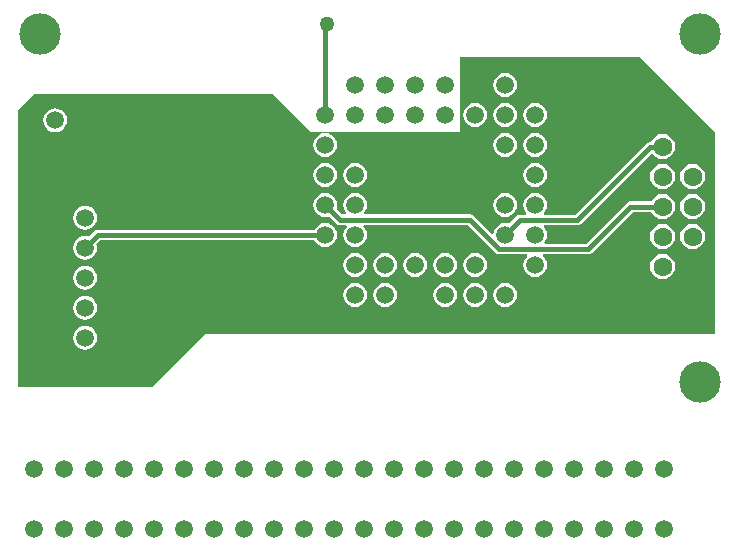
<source format=gbl>
G04*
G04 #@! TF.GenerationSoftware,Altium Limited,Altium Designer,19.0.14 (431)*
G04*
G04 Layer_Physical_Order=2*
G04 Layer_Color=16711680*
%FSLAX44Y44*%
%MOMM*%
G71*
G01*
G75*
%ADD23C,0.3810*%
%ADD25C,1.5000*%
%ADD26C,3.5000*%
%ADD27C,1.6000*%
%ADD28C,1.2700*%
G36*
X609600Y361950D02*
Y190500D01*
X177800D01*
X133350Y146050D01*
X19050D01*
Y379730D01*
X33020Y393700D01*
X234950D01*
X266700Y361950D01*
X393700D01*
Y425450D01*
X546100D01*
X609600Y361950D01*
D02*
G37*
%LPC*%
G36*
X431800Y411447D02*
X429179Y411102D01*
X426737Y410090D01*
X424639Y408481D01*
X423030Y406383D01*
X422018Y403941D01*
X421673Y401320D01*
X422018Y398699D01*
X423030Y396257D01*
X424639Y394159D01*
X426737Y392550D01*
X429179Y391538D01*
X431800Y391193D01*
X434421Y391538D01*
X436863Y392550D01*
X438961Y394159D01*
X440570Y396257D01*
X441582Y398699D01*
X441927Y401320D01*
X441582Y403941D01*
X440570Y406383D01*
X438961Y408481D01*
X436863Y410090D01*
X434421Y411102D01*
X431800Y411447D01*
D02*
G37*
G36*
X145000Y386802D02*
X144780D01*
X143046Y386457D01*
X141575Y385475D01*
X140593Y384004D01*
X140248Y382270D01*
X140593Y380536D01*
X141575Y379065D01*
X143046Y378083D01*
X144780Y377738D01*
X145000D01*
X146734Y378083D01*
X148204Y379065D01*
X149187Y380536D01*
X149532Y382270D01*
X149187Y384004D01*
X148204Y385475D01*
X146734Y386457D01*
X145000Y386802D01*
D02*
G37*
G36*
X457200Y386047D02*
X454579Y385702D01*
X452137Y384690D01*
X450039Y383081D01*
X448430Y380983D01*
X447418Y378541D01*
X447073Y375920D01*
X447418Y373299D01*
X448430Y370857D01*
X450039Y368759D01*
X452137Y367150D01*
X454579Y366138D01*
X457200Y365793D01*
X459821Y366138D01*
X462263Y367150D01*
X464361Y368759D01*
X465970Y370857D01*
X466982Y373299D01*
X467327Y375920D01*
X466982Y378541D01*
X465970Y380983D01*
X464361Y383081D01*
X462263Y384690D01*
X459821Y385702D01*
X457200Y386047D01*
D02*
G37*
G36*
X431800D02*
X429179Y385702D01*
X426737Y384690D01*
X424639Y383081D01*
X423030Y380983D01*
X422018Y378541D01*
X421673Y375920D01*
X422018Y373299D01*
X423030Y370857D01*
X424639Y368759D01*
X426737Y367150D01*
X429179Y366138D01*
X431800Y365793D01*
X434421Y366138D01*
X436863Y367150D01*
X438961Y368759D01*
X440570Y370857D01*
X441582Y373299D01*
X441927Y375920D01*
X441582Y378541D01*
X440570Y380983D01*
X438961Y383081D01*
X436863Y384690D01*
X434421Y385702D01*
X431800Y386047D01*
D02*
G37*
G36*
X406400D02*
X403779Y385702D01*
X401337Y384690D01*
X399239Y383081D01*
X397630Y380983D01*
X396618Y378541D01*
X396273Y375920D01*
X396618Y373299D01*
X397630Y370857D01*
X399239Y368759D01*
X401337Y367150D01*
X403779Y366138D01*
X406400Y365793D01*
X409021Y366138D01*
X411463Y367150D01*
X413561Y368759D01*
X415170Y370857D01*
X416182Y373299D01*
X416527Y375920D01*
X416182Y378541D01*
X415170Y380983D01*
X413561Y383081D01*
X411463Y384690D01*
X409021Y385702D01*
X406400Y386047D01*
D02*
G37*
G36*
X50800Y381678D02*
X48179Y381333D01*
X45737Y380322D01*
X43639Y378712D01*
X42030Y376615D01*
X41018Y374173D01*
X40673Y371552D01*
X41018Y368931D01*
X42030Y366488D01*
X43639Y364391D01*
X45737Y362782D01*
X48179Y361770D01*
X50800Y361425D01*
X53421Y361770D01*
X55863Y362782D01*
X57961Y364391D01*
X59570Y366488D01*
X60582Y368931D01*
X60927Y371552D01*
X60582Y374173D01*
X59570Y376615D01*
X57961Y378712D01*
X55863Y380322D01*
X53421Y381333D01*
X50800Y381678D01*
D02*
G37*
G36*
X457200Y360647D02*
X454579Y360302D01*
X452137Y359290D01*
X450039Y357681D01*
X448430Y355583D01*
X447418Y353141D01*
X447073Y350520D01*
X447418Y347899D01*
X448430Y345457D01*
X450039Y343359D01*
X452137Y341750D01*
X454579Y340738D01*
X457200Y340393D01*
X459821Y340738D01*
X462263Y341750D01*
X464361Y343359D01*
X465970Y345457D01*
X466982Y347899D01*
X467327Y350520D01*
X466982Y353141D01*
X465970Y355583D01*
X464361Y357681D01*
X462263Y359290D01*
X459821Y360302D01*
X457200Y360647D01*
D02*
G37*
G36*
X431800D02*
X429179Y360302D01*
X426737Y359290D01*
X424639Y357681D01*
X423030Y355583D01*
X422018Y353141D01*
X421673Y350520D01*
X422018Y347899D01*
X423030Y345457D01*
X424639Y343359D01*
X426737Y341750D01*
X429179Y340738D01*
X431800Y340393D01*
X434421Y340738D01*
X436863Y341750D01*
X438961Y343359D01*
X440570Y345457D01*
X441582Y347899D01*
X441927Y350520D01*
X441582Y353141D01*
X440570Y355583D01*
X438961Y357681D01*
X436863Y359290D01*
X434421Y360302D01*
X431800Y360647D01*
D02*
G37*
G36*
X279400D02*
X276779Y360302D01*
X274337Y359290D01*
X272239Y357681D01*
X270630Y355583D01*
X269618Y353141D01*
X269273Y350520D01*
X269618Y347899D01*
X270630Y345457D01*
X272239Y343359D01*
X274337Y341750D01*
X276779Y340738D01*
X279400Y340393D01*
X282021Y340738D01*
X284463Y341750D01*
X286561Y343359D01*
X288170Y345457D01*
X289182Y347899D01*
X289527Y350520D01*
X289182Y353141D01*
X288170Y355583D01*
X286561Y357681D01*
X284463Y359290D01*
X282021Y360302D01*
X279400Y360647D01*
D02*
G37*
G36*
X565150Y359881D02*
X562398Y359519D01*
X559835Y358457D01*
X557633Y356767D01*
X555943Y354566D01*
X555284Y352974D01*
X554182D01*
X552448Y352629D01*
X550977Y351647D01*
X490883Y291552D01*
X464963D01*
X464562Y292822D01*
X465970Y294657D01*
X466982Y297099D01*
X467327Y299720D01*
X466982Y302341D01*
X465970Y304783D01*
X464361Y306881D01*
X462263Y308490D01*
X459821Y309502D01*
X457200Y309847D01*
X454579Y309502D01*
X452137Y308490D01*
X450039Y306881D01*
X448430Y304783D01*
X447418Y302341D01*
X447073Y299720D01*
X447418Y297099D01*
X448430Y294657D01*
X449838Y292822D01*
X449437Y291552D01*
X444500D01*
X444500Y291552D01*
X442766Y291207D01*
X441295Y290225D01*
X441295Y290225D01*
X434952Y283881D01*
X434421Y284102D01*
X431800Y284447D01*
X429179Y284102D01*
X426737Y283090D01*
X424639Y281481D01*
X423030Y279383D01*
X422018Y276941D01*
X421841Y275592D01*
X420500Y275137D01*
X405158Y290479D01*
X403688Y291461D01*
X401953Y291806D01*
X312983D01*
X312357Y293076D01*
X313570Y294657D01*
X314582Y297099D01*
X314927Y299720D01*
X314582Y302341D01*
X313570Y304783D01*
X311961Y306881D01*
X309863Y308490D01*
X307421Y309502D01*
X304800Y309847D01*
X302179Y309502D01*
X299737Y308490D01*
X297639Y306881D01*
X296030Y304783D01*
X295018Y302341D01*
X294673Y299720D01*
X295018Y297099D01*
X296030Y294657D01*
X297243Y293076D01*
X296617Y291806D01*
X293723D01*
X288962Y296568D01*
X289182Y297099D01*
X289527Y299720D01*
X289182Y302341D01*
X288170Y304783D01*
X286561Y306881D01*
X284463Y308490D01*
X282021Y309502D01*
X279400Y309847D01*
X276779Y309502D01*
X274337Y308490D01*
X272239Y306881D01*
X270630Y304783D01*
X269618Y302341D01*
X269273Y299720D01*
X269618Y297099D01*
X270630Y294657D01*
X272239Y292559D01*
X274337Y290950D01*
X276779Y289938D01*
X279400Y289593D01*
X282021Y289938D01*
X282552Y290159D01*
X288641Y284069D01*
X288641Y284069D01*
X290112Y283087D01*
X291846Y282742D01*
X291846Y282742D01*
X297308D01*
X297716Y281539D01*
X297639Y281481D01*
X296030Y279383D01*
X295018Y276941D01*
X294673Y274320D01*
X295018Y271699D01*
X296030Y269257D01*
X297639Y267159D01*
X299737Y265550D01*
X302179Y264538D01*
X304800Y264193D01*
X307421Y264538D01*
X309863Y265550D01*
X311961Y267159D01*
X313570Y269257D01*
X314582Y271699D01*
X314927Y274320D01*
X314582Y276941D01*
X313570Y279383D01*
X311961Y281481D01*
X311884Y281539D01*
X312292Y282742D01*
X400076D01*
X423647Y259170D01*
X423648Y259170D01*
X425118Y258188D01*
X426852Y257843D01*
X426852Y257843D01*
X450250D01*
X450681Y256573D01*
X450039Y256081D01*
X448430Y253983D01*
X447418Y251541D01*
X447073Y248920D01*
X447418Y246299D01*
X448430Y243857D01*
X450039Y241759D01*
X452137Y240150D01*
X454579Y239138D01*
X457200Y238793D01*
X459821Y239138D01*
X462263Y240150D01*
X464361Y241759D01*
X465970Y243857D01*
X466982Y246299D01*
X467327Y248920D01*
X466982Y251541D01*
X465970Y253983D01*
X464361Y256081D01*
X463719Y256573D01*
X464150Y257843D01*
X501897D01*
X503631Y258188D01*
X505102Y259170D01*
X539849Y293918D01*
X555619D01*
X555943Y293134D01*
X557633Y290933D01*
X559835Y289243D01*
X562398Y288181D01*
X565150Y287819D01*
X567901Y288181D01*
X570466Y289243D01*
X572667Y290933D01*
X574357Y293134D01*
X575419Y295699D01*
X575781Y298450D01*
X575419Y301201D01*
X574357Y303766D01*
X572667Y305967D01*
X570466Y307657D01*
X567901Y308719D01*
X565150Y309081D01*
X562398Y308719D01*
X559835Y307657D01*
X557633Y305967D01*
X555943Y303766D01*
X555619Y302982D01*
X537972D01*
X537972Y302982D01*
X536238Y302637D01*
X534767Y301655D01*
X534767Y301655D01*
X500020Y266907D01*
X465768D01*
X465141Y268177D01*
X465970Y269257D01*
X466982Y271699D01*
X467327Y274320D01*
X466982Y276941D01*
X465970Y279383D01*
X464562Y281218D01*
X464963Y282488D01*
X492760D01*
X494494Y282833D01*
X495965Y283815D01*
X555323Y343174D01*
X556591Y343091D01*
X557633Y341733D01*
X559835Y340043D01*
X562398Y338981D01*
X565150Y338619D01*
X567901Y338981D01*
X570466Y340043D01*
X572667Y341733D01*
X574357Y343935D01*
X575419Y346498D01*
X575781Y349250D01*
X575419Y352001D01*
X574357Y354566D01*
X572667Y356767D01*
X570466Y358457D01*
X567901Y359519D01*
X565150Y359881D01*
D02*
G37*
G36*
X457200Y335247D02*
X454579Y334902D01*
X452137Y333890D01*
X450039Y332281D01*
X448430Y330183D01*
X447418Y327741D01*
X447073Y325120D01*
X447418Y322499D01*
X448430Y320057D01*
X450039Y317959D01*
X452137Y316350D01*
X454579Y315338D01*
X457200Y314993D01*
X459821Y315338D01*
X462263Y316350D01*
X464361Y317959D01*
X465970Y320057D01*
X466982Y322499D01*
X467327Y325120D01*
X466982Y327741D01*
X465970Y330183D01*
X464361Y332281D01*
X462263Y333890D01*
X459821Y334902D01*
X457200Y335247D01*
D02*
G37*
G36*
X304800D02*
X302179Y334902D01*
X299737Y333890D01*
X297639Y332281D01*
X296030Y330183D01*
X295018Y327741D01*
X294673Y325120D01*
X295018Y322499D01*
X296030Y320057D01*
X297639Y317959D01*
X299737Y316350D01*
X302179Y315338D01*
X304800Y314993D01*
X307421Y315338D01*
X309863Y316350D01*
X311961Y317959D01*
X313570Y320057D01*
X314582Y322499D01*
X314927Y325120D01*
X314582Y327741D01*
X313570Y330183D01*
X311961Y332281D01*
X309863Y333890D01*
X307421Y334902D01*
X304800Y335247D01*
D02*
G37*
G36*
X279400D02*
X276779Y334902D01*
X274337Y333890D01*
X272239Y332281D01*
X270630Y330183D01*
X269618Y327741D01*
X269273Y325120D01*
X269618Y322499D01*
X270630Y320057D01*
X272239Y317959D01*
X274337Y316350D01*
X276779Y315338D01*
X279400Y314993D01*
X282021Y315338D01*
X284463Y316350D01*
X286561Y317959D01*
X288170Y320057D01*
X289182Y322499D01*
X289527Y325120D01*
X289182Y327741D01*
X288170Y330183D01*
X286561Y332281D01*
X284463Y333890D01*
X282021Y334902D01*
X279400Y335247D01*
D02*
G37*
G36*
X590550Y334481D02*
X587799Y334119D01*
X585234Y333057D01*
X583033Y331367D01*
X581343Y329165D01*
X580281Y326601D01*
X579919Y323850D01*
X580281Y321099D01*
X581343Y318535D01*
X583033Y316333D01*
X585234Y314643D01*
X587799Y313581D01*
X590550Y313219D01*
X593302Y313581D01*
X595866Y314643D01*
X598067Y316333D01*
X599757Y318535D01*
X600819Y321099D01*
X601181Y323850D01*
X600819Y326601D01*
X599757Y329165D01*
X598067Y331367D01*
X595866Y333057D01*
X593302Y334119D01*
X590550Y334481D01*
D02*
G37*
G36*
X565150D02*
X562398Y334119D01*
X559835Y333057D01*
X557633Y331367D01*
X555943Y329165D01*
X554881Y326601D01*
X554519Y323850D01*
X554881Y321099D01*
X555943Y318535D01*
X557633Y316333D01*
X559835Y314643D01*
X562398Y313581D01*
X565150Y313219D01*
X567901Y313581D01*
X570466Y314643D01*
X572667Y316333D01*
X574357Y318535D01*
X575419Y321099D01*
X575781Y323850D01*
X575419Y326601D01*
X574357Y329165D01*
X572667Y331367D01*
X570466Y333057D01*
X567901Y334119D01*
X565150Y334481D01*
D02*
G37*
G36*
X431800Y309847D02*
X429179Y309502D01*
X426737Y308490D01*
X424639Y306881D01*
X423030Y304783D01*
X422018Y302341D01*
X421673Y299720D01*
X422018Y297099D01*
X423030Y294657D01*
X424639Y292559D01*
X426737Y290950D01*
X429179Y289938D01*
X431800Y289593D01*
X434421Y289938D01*
X436863Y290950D01*
X438961Y292559D01*
X440570Y294657D01*
X441582Y297099D01*
X441927Y299720D01*
X441582Y302341D01*
X440570Y304783D01*
X438961Y306881D01*
X436863Y308490D01*
X434421Y309502D01*
X431800Y309847D01*
D02*
G37*
G36*
X590550Y309081D02*
X587799Y308719D01*
X585234Y307657D01*
X583033Y305967D01*
X581343Y303766D01*
X580281Y301201D01*
X579919Y298450D01*
X580281Y295699D01*
X581343Y293134D01*
X583033Y290933D01*
X585234Y289243D01*
X587799Y288181D01*
X590550Y287819D01*
X593302Y288181D01*
X595866Y289243D01*
X598067Y290933D01*
X599757Y293134D01*
X600819Y295699D01*
X601181Y298450D01*
X600819Y301201D01*
X599757Y303766D01*
X598067Y305967D01*
X595866Y307657D01*
X593302Y308719D01*
X590550Y309081D01*
D02*
G37*
G36*
X76200Y299077D02*
X73579Y298732D01*
X71137Y297720D01*
X69039Y296111D01*
X67430Y294013D01*
X66418Y291571D01*
X66073Y288950D01*
X66418Y286329D01*
X67430Y283887D01*
X69039Y281789D01*
X71137Y280180D01*
X73579Y279168D01*
X76200Y278823D01*
X78821Y279168D01*
X81263Y280180D01*
X83361Y281789D01*
X84970Y283887D01*
X85982Y286329D01*
X86327Y288950D01*
X85982Y291571D01*
X84970Y294013D01*
X83361Y296111D01*
X81263Y297720D01*
X78821Y298732D01*
X76200Y299077D01*
D02*
G37*
G36*
X279400Y284447D02*
X276779Y284102D01*
X274337Y283090D01*
X272239Y281481D01*
X270630Y279383D01*
X270410Y278852D01*
X86970D01*
X85236Y278507D01*
X83765Y277525D01*
X79352Y273111D01*
X78821Y273332D01*
X76200Y273677D01*
X73579Y273332D01*
X71137Y272320D01*
X69039Y270711D01*
X67430Y268613D01*
X66418Y266171D01*
X66073Y263550D01*
X66418Y260929D01*
X67430Y258487D01*
X69039Y256389D01*
X71137Y254780D01*
X73579Y253768D01*
X76200Y253423D01*
X78821Y253768D01*
X81263Y254780D01*
X83361Y256389D01*
X84970Y258487D01*
X85982Y260929D01*
X86327Y263550D01*
X85982Y266171D01*
X85761Y266702D01*
X88847Y269788D01*
X270410D01*
X270630Y269257D01*
X272239Y267159D01*
X274337Y265550D01*
X276779Y264538D01*
X279400Y264193D01*
X282021Y264538D01*
X284463Y265550D01*
X286561Y267159D01*
X288170Y269257D01*
X289182Y271699D01*
X289527Y274320D01*
X289182Y276941D01*
X288170Y279383D01*
X286561Y281481D01*
X284463Y283090D01*
X282021Y284102D01*
X279400Y284447D01*
D02*
G37*
G36*
X590550Y283681D02*
X587799Y283319D01*
X585234Y282257D01*
X583033Y280567D01*
X581343Y278365D01*
X580281Y275802D01*
X579919Y273050D01*
X580281Y270299D01*
X581343Y267735D01*
X583033Y265533D01*
X585234Y263843D01*
X587799Y262781D01*
X590550Y262419D01*
X593302Y262781D01*
X595866Y263843D01*
X598067Y265533D01*
X599757Y267735D01*
X600819Y270299D01*
X601181Y273050D01*
X600819Y275802D01*
X599757Y278365D01*
X598067Y280567D01*
X595866Y282257D01*
X593302Y283319D01*
X590550Y283681D01*
D02*
G37*
G36*
X565150D02*
X562398Y283319D01*
X559835Y282257D01*
X557633Y280567D01*
X555943Y278365D01*
X554881Y275802D01*
X554519Y273050D01*
X554881Y270299D01*
X555943Y267735D01*
X557633Y265533D01*
X559835Y263843D01*
X562398Y262781D01*
X565150Y262419D01*
X567901Y262781D01*
X570466Y263843D01*
X572667Y265533D01*
X574357Y267735D01*
X575419Y270299D01*
X575781Y273050D01*
X575419Y275802D01*
X574357Y278365D01*
X572667Y280567D01*
X570466Y282257D01*
X567901Y283319D01*
X565150Y283681D01*
D02*
G37*
G36*
X406400Y259047D02*
X403779Y258702D01*
X401337Y257690D01*
X399239Y256081D01*
X397630Y253983D01*
X396618Y251541D01*
X396273Y248920D01*
X396618Y246299D01*
X397630Y243857D01*
X399239Y241759D01*
X401337Y240150D01*
X403779Y239138D01*
X406400Y238793D01*
X409021Y239138D01*
X411463Y240150D01*
X413561Y241759D01*
X415170Y243857D01*
X416182Y246299D01*
X416527Y248920D01*
X416182Y251541D01*
X415170Y253983D01*
X413561Y256081D01*
X411463Y257690D01*
X409021Y258702D01*
X406400Y259047D01*
D02*
G37*
G36*
X381000D02*
X378379Y258702D01*
X375937Y257690D01*
X373839Y256081D01*
X372230Y253983D01*
X371218Y251541D01*
X370873Y248920D01*
X371218Y246299D01*
X372230Y243857D01*
X373839Y241759D01*
X375937Y240150D01*
X378379Y239138D01*
X381000Y238793D01*
X383621Y239138D01*
X386063Y240150D01*
X388161Y241759D01*
X389770Y243857D01*
X390782Y246299D01*
X391127Y248920D01*
X390782Y251541D01*
X389770Y253983D01*
X388161Y256081D01*
X386063Y257690D01*
X383621Y258702D01*
X381000Y259047D01*
D02*
G37*
G36*
X355600D02*
X352979Y258702D01*
X350537Y257690D01*
X348439Y256081D01*
X346830Y253983D01*
X345818Y251541D01*
X345473Y248920D01*
X345818Y246299D01*
X346830Y243857D01*
X348439Y241759D01*
X350537Y240150D01*
X352979Y239138D01*
X355600Y238793D01*
X358221Y239138D01*
X360663Y240150D01*
X362761Y241759D01*
X364370Y243857D01*
X365382Y246299D01*
X365727Y248920D01*
X365382Y251541D01*
X364370Y253983D01*
X362761Y256081D01*
X360663Y257690D01*
X358221Y258702D01*
X355600Y259047D01*
D02*
G37*
G36*
X330200D02*
X327579Y258702D01*
X325137Y257690D01*
X323039Y256081D01*
X321430Y253983D01*
X320418Y251541D01*
X320073Y248920D01*
X320418Y246299D01*
X321430Y243857D01*
X323039Y241759D01*
X325137Y240150D01*
X327579Y239138D01*
X330200Y238793D01*
X332821Y239138D01*
X335263Y240150D01*
X337361Y241759D01*
X338970Y243857D01*
X339982Y246299D01*
X340327Y248920D01*
X339982Y251541D01*
X338970Y253983D01*
X337361Y256081D01*
X335263Y257690D01*
X332821Y258702D01*
X330200Y259047D01*
D02*
G37*
G36*
X304800D02*
X302179Y258702D01*
X299737Y257690D01*
X297639Y256081D01*
X296030Y253983D01*
X295018Y251541D01*
X294673Y248920D01*
X295018Y246299D01*
X296030Y243857D01*
X297639Y241759D01*
X299737Y240150D01*
X302179Y239138D01*
X304800Y238793D01*
X307421Y239138D01*
X309863Y240150D01*
X311961Y241759D01*
X313570Y243857D01*
X314582Y246299D01*
X314927Y248920D01*
X314582Y251541D01*
X313570Y253983D01*
X311961Y256081D01*
X309863Y257690D01*
X307421Y258702D01*
X304800Y259047D01*
D02*
G37*
G36*
X565150Y258281D02*
X562398Y257919D01*
X559835Y256857D01*
X557633Y255167D01*
X555943Y252966D01*
X554881Y250401D01*
X554519Y247650D01*
X554881Y244898D01*
X555943Y242334D01*
X557633Y240133D01*
X559835Y238443D01*
X562398Y237381D01*
X565150Y237019D01*
X567901Y237381D01*
X570466Y238443D01*
X572667Y240133D01*
X574357Y242334D01*
X575419Y244898D01*
X575781Y247650D01*
X575419Y250401D01*
X574357Y252966D01*
X572667Y255167D01*
X570466Y256857D01*
X567901Y257919D01*
X565150Y258281D01*
D02*
G37*
G36*
X76200Y248277D02*
X73579Y247932D01*
X71137Y246920D01*
X69039Y245311D01*
X67430Y243213D01*
X66418Y240771D01*
X66073Y238150D01*
X66418Y235529D01*
X67430Y233087D01*
X69039Y230989D01*
X71137Y229380D01*
X73579Y228368D01*
X76200Y228023D01*
X78821Y228368D01*
X81263Y229380D01*
X83361Y230989D01*
X84970Y233087D01*
X85982Y235529D01*
X86327Y238150D01*
X85982Y240771D01*
X84970Y243213D01*
X83361Y245311D01*
X81263Y246920D01*
X78821Y247932D01*
X76200Y248277D01*
D02*
G37*
G36*
X431800Y233647D02*
X429179Y233302D01*
X426737Y232290D01*
X424639Y230681D01*
X423030Y228583D01*
X422018Y226141D01*
X421673Y223520D01*
X422018Y220899D01*
X423030Y218457D01*
X424639Y216359D01*
X426737Y214750D01*
X429179Y213738D01*
X431800Y213393D01*
X434421Y213738D01*
X436863Y214750D01*
X438961Y216359D01*
X440570Y218457D01*
X441582Y220899D01*
X441927Y223520D01*
X441582Y226141D01*
X440570Y228583D01*
X438961Y230681D01*
X436863Y232290D01*
X434421Y233302D01*
X431800Y233647D01*
D02*
G37*
G36*
X406400D02*
X403779Y233302D01*
X401337Y232290D01*
X399239Y230681D01*
X397630Y228583D01*
X396618Y226141D01*
X396273Y223520D01*
X396618Y220899D01*
X397630Y218457D01*
X399239Y216359D01*
X401337Y214750D01*
X403779Y213738D01*
X406400Y213393D01*
X409021Y213738D01*
X411463Y214750D01*
X413561Y216359D01*
X415170Y218457D01*
X416182Y220899D01*
X416527Y223520D01*
X416182Y226141D01*
X415170Y228583D01*
X413561Y230681D01*
X411463Y232290D01*
X409021Y233302D01*
X406400Y233647D01*
D02*
G37*
G36*
X381000D02*
X378379Y233302D01*
X375937Y232290D01*
X373839Y230681D01*
X372230Y228583D01*
X371218Y226141D01*
X370873Y223520D01*
X371218Y220899D01*
X372230Y218457D01*
X373839Y216359D01*
X375937Y214750D01*
X378379Y213738D01*
X381000Y213393D01*
X383621Y213738D01*
X386063Y214750D01*
X388161Y216359D01*
X389770Y218457D01*
X390782Y220899D01*
X391127Y223520D01*
X390782Y226141D01*
X389770Y228583D01*
X388161Y230681D01*
X386063Y232290D01*
X383621Y233302D01*
X381000Y233647D01*
D02*
G37*
G36*
X330200D02*
X327579Y233302D01*
X325137Y232290D01*
X323039Y230681D01*
X321430Y228583D01*
X320418Y226141D01*
X320073Y223520D01*
X320418Y220899D01*
X321430Y218457D01*
X323039Y216359D01*
X325137Y214750D01*
X327579Y213738D01*
X330200Y213393D01*
X332821Y213738D01*
X335263Y214750D01*
X337361Y216359D01*
X338970Y218457D01*
X339982Y220899D01*
X340327Y223520D01*
X339982Y226141D01*
X338970Y228583D01*
X337361Y230681D01*
X335263Y232290D01*
X332821Y233302D01*
X330200Y233647D01*
D02*
G37*
G36*
X304800D02*
X302179Y233302D01*
X299737Y232290D01*
X297639Y230681D01*
X296030Y228583D01*
X295018Y226141D01*
X294673Y223520D01*
X295018Y220899D01*
X296030Y218457D01*
X297639Y216359D01*
X299737Y214750D01*
X302179Y213738D01*
X304800Y213393D01*
X307421Y213738D01*
X309863Y214750D01*
X311961Y216359D01*
X313570Y218457D01*
X314582Y220899D01*
X314927Y223520D01*
X314582Y226141D01*
X313570Y228583D01*
X311961Y230681D01*
X309863Y232290D01*
X307421Y233302D01*
X304800Y233647D01*
D02*
G37*
G36*
X76200Y222877D02*
X73579Y222532D01*
X71137Y221520D01*
X69039Y219911D01*
X67430Y217813D01*
X66418Y215371D01*
X66073Y212750D01*
X66418Y210129D01*
X67430Y207687D01*
X69039Y205589D01*
X71137Y203980D01*
X73579Y202968D01*
X76200Y202623D01*
X78821Y202968D01*
X81263Y203980D01*
X83361Y205589D01*
X84970Y207687D01*
X85982Y210129D01*
X86327Y212750D01*
X85982Y215371D01*
X84970Y217813D01*
X83361Y219911D01*
X81263Y221520D01*
X78821Y222532D01*
X76200Y222877D01*
D02*
G37*
G36*
Y197477D02*
X73579Y197132D01*
X71137Y196120D01*
X69039Y194511D01*
X67430Y192413D01*
X66418Y189971D01*
X66073Y187350D01*
X66418Y184729D01*
X67430Y182287D01*
X69039Y180189D01*
X71137Y178580D01*
X73579Y177568D01*
X76200Y177223D01*
X78821Y177568D01*
X81263Y178580D01*
X83361Y180189D01*
X84970Y182287D01*
X85982Y184729D01*
X86327Y187350D01*
X85982Y189971D01*
X84970Y192413D01*
X83361Y194511D01*
X81263Y196120D01*
X78821Y197132D01*
X76200Y197477D01*
D02*
G37*
%LPD*%
D23*
X279400Y451666D02*
X281124Y453390D01*
X279400Y375920D02*
Y451666D01*
X144780Y382270D02*
X145000D01*
X537972Y298450D02*
X565150D01*
X501897Y262375D02*
X537972Y298450D01*
X426852Y262375D02*
X501897D01*
X401953Y287274D02*
X426852Y262375D01*
X291846Y287274D02*
X401953D01*
X279400Y299720D02*
X291846Y287274D01*
X279400Y274320D02*
X281541Y272179D01*
X76200Y263550D02*
X86970Y274320D01*
X279400D01*
X492760Y287020D02*
X554182Y348442D01*
X564342D01*
X565150Y349250D01*
X444500Y287020D02*
X492760D01*
X431800Y274320D02*
X444500Y287020D01*
D25*
X33020Y76200D02*
D03*
X58420D02*
D03*
X83820D02*
D03*
X109220D02*
D03*
X134620D02*
D03*
X160020D02*
D03*
X185420D02*
D03*
X210820D02*
D03*
X236220D02*
D03*
X261620D02*
D03*
X287020D02*
D03*
X312420D02*
D03*
X337820D02*
D03*
X363220D02*
D03*
X388620D02*
D03*
X414020D02*
D03*
X439420D02*
D03*
X464820D02*
D03*
X490220D02*
D03*
X515620D02*
D03*
X541020D02*
D03*
X566420D02*
D03*
Y25400D02*
D03*
X541020D02*
D03*
X515620D02*
D03*
X490220D02*
D03*
X464820D02*
D03*
X439420D02*
D03*
X414020D02*
D03*
X388620D02*
D03*
X363220D02*
D03*
X337820D02*
D03*
X312420D02*
D03*
X287020D02*
D03*
X261620D02*
D03*
X236220D02*
D03*
X210820D02*
D03*
X185420D02*
D03*
X160020D02*
D03*
X134620D02*
D03*
X109220D02*
D03*
X83820D02*
D03*
X58420D02*
D03*
X33020D02*
D03*
X76200Y161950D02*
D03*
Y187350D02*
D03*
Y212750D02*
D03*
Y238150D02*
D03*
Y263550D02*
D03*
Y288950D02*
D03*
X50800Y336550D02*
D03*
Y371552D02*
D03*
X457200Y248920D02*
D03*
Y274320D02*
D03*
Y299720D02*
D03*
Y325120D02*
D03*
Y350520D02*
D03*
Y375920D02*
D03*
X431800Y223520D02*
D03*
Y248920D02*
D03*
Y274320D02*
D03*
Y299720D02*
D03*
Y325120D02*
D03*
Y350520D02*
D03*
Y375920D02*
D03*
Y401320D02*
D03*
X406400Y223520D02*
D03*
Y248920D02*
D03*
Y375920D02*
D03*
Y401320D02*
D03*
X381000Y223520D02*
D03*
Y248920D02*
D03*
Y375920D02*
D03*
Y401320D02*
D03*
X355600Y223520D02*
D03*
Y248920D02*
D03*
Y375920D02*
D03*
Y401320D02*
D03*
X330200Y223520D02*
D03*
Y248920D02*
D03*
Y375920D02*
D03*
Y401320D02*
D03*
X304800Y223520D02*
D03*
Y248920D02*
D03*
Y274320D02*
D03*
Y299720D02*
D03*
Y325120D02*
D03*
Y350520D02*
D03*
Y375920D02*
D03*
Y401320D02*
D03*
X279400Y248920D02*
D03*
Y274320D02*
D03*
Y299720D02*
D03*
Y325120D02*
D03*
Y350520D02*
D03*
Y375920D02*
D03*
D26*
X38100Y444500D02*
D03*
X596900D02*
D03*
Y150000D02*
D03*
D27*
X565150Y349250D02*
D03*
X590550D02*
D03*
X565150Y323850D02*
D03*
X590550D02*
D03*
X565150Y298450D02*
D03*
X590550D02*
D03*
X565150Y273050D02*
D03*
X590550D02*
D03*
X565150Y247650D02*
D03*
X590550D02*
D03*
D28*
X281124Y453390D02*
D03*
X97790Y349250D02*
D03*
X145000Y382270D02*
D03*
M02*

</source>
